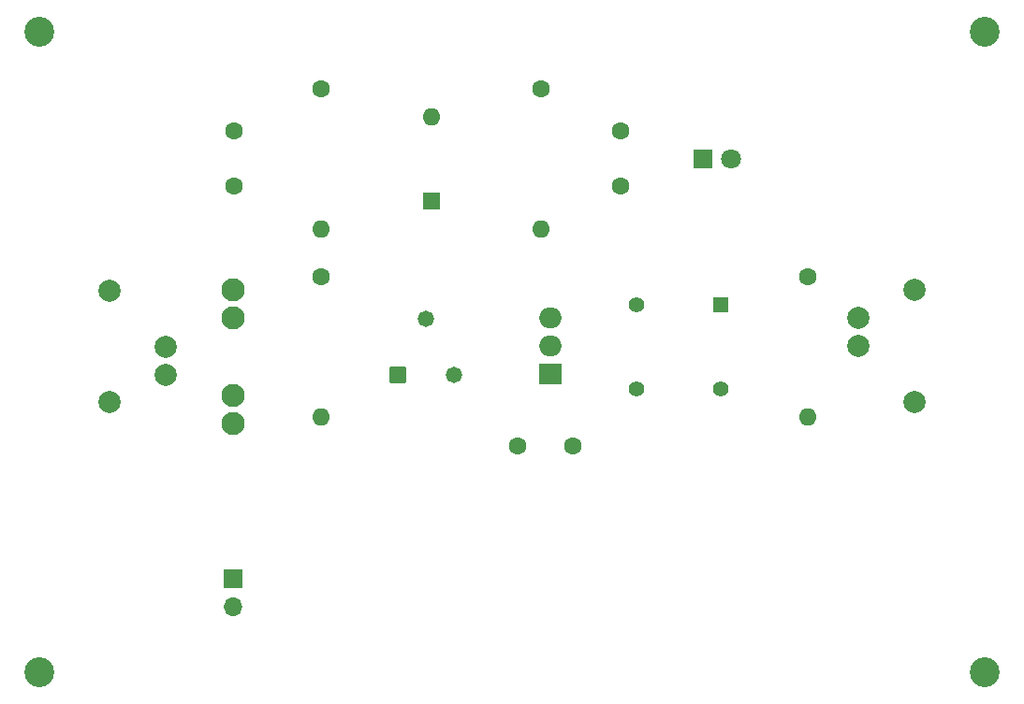
<source format=gts>
%TF.GenerationSoftware,KiCad,Pcbnew,9.0.0*%
%TF.CreationDate,2025-08-17T08:57:57-07:00*%
%TF.ProjectId,OffsetAttenuator,4f666673-6574-4417-9474-656e7561746f,rev?*%
%TF.SameCoordinates,Original*%
%TF.FileFunction,Soldermask,Top*%
%TF.FilePolarity,Negative*%
%FSLAX46Y46*%
G04 Gerber Fmt 4.6, Leading zero omitted, Abs format (unit mm)*
G04 Created by KiCad (PCBNEW 9.0.0) date 2025-08-17 08:57:57*
%MOMM*%
%LPD*%
G01*
G04 APERTURE LIST*
G04 Aperture macros list*
%AMRoundRect*
0 Rectangle with rounded corners*
0 $1 Rounding radius*
0 $2 $3 $4 $5 $6 $7 $8 $9 X,Y pos of 4 corners*
0 Add a 4 corners polygon primitive as box body*
4,1,4,$2,$3,$4,$5,$6,$7,$8,$9,$2,$3,0*
0 Add four circle primitives for the rounded corners*
1,1,$1+$1,$2,$3*
1,1,$1+$1,$4,$5*
1,1,$1+$1,$6,$7*
1,1,$1+$1,$8,$9*
0 Add four rect primitives between the rounded corners*
20,1,$1+$1,$2,$3,$4,$5,0*
20,1,$1+$1,$4,$5,$6,$7,0*
20,1,$1+$1,$6,$7,$8,$9,0*
20,1,$1+$1,$8,$9,$2,$3,0*%
G04 Aperture macros list end*
%ADD10RoundRect,0.102000X0.604000X0.604000X-0.604000X0.604000X-0.604000X-0.604000X0.604000X-0.604000X0*%
%ADD11C,1.412000*%
%ADD12C,2.100000*%
%ADD13C,2.700000*%
%ADD14C,1.600000*%
%ADD15O,1.600000X1.600000*%
%ADD16C,2.000000*%
%ADD17R,2.000000X1.905000*%
%ADD18O,2.000000X1.905000*%
%ADD19RoundRect,0.102000X-0.634000X-0.634000X0.634000X-0.634000X0.634000X0.634000X-0.634000X0.634000X0*%
%ADD20C,1.472000*%
%ADD21R,1.700000X1.700000*%
%ADD22O,1.700000X1.700000*%
%ADD23R,1.600000X1.600000*%
%ADD24R,1.800000X1.800000*%
%ADD25C,1.800000*%
G04 APERTURE END LIST*
D10*
%TO.C,Y1*%
X97120000Y-47690000D03*
D11*
X89500000Y-47690000D03*
X89500000Y-55310000D03*
X97120000Y-55310000D03*
%TD*%
D12*
%TO.C,SW2*%
X53000000Y-48860000D03*
X53000000Y-46370000D03*
%TD*%
D13*
%TO.C,REF\u002A\u002A*%
X121000000Y-81000000D03*
%TD*%
%TO.C,REF\u002A\u002A*%
X35500000Y-23000000D03*
%TD*%
D14*
%TO.C,R4*%
X61000000Y-45150000D03*
D15*
X61000000Y-57850000D03*
%TD*%
D14*
%TO.C,C1*%
X53100000Y-32000000D03*
X53100000Y-37000000D03*
%TD*%
D16*
%TO.C,J2*%
X114665000Y-46360000D03*
X114675000Y-56500000D03*
X109595000Y-51420000D03*
X109605000Y-48870000D03*
%TD*%
D17*
%TO.C,U1*%
X81750000Y-54000000D03*
D18*
X81750000Y-51460000D03*
X81750000Y-48920000D03*
%TD*%
D13*
%TO.C,REF\u002A\u002A*%
X121000000Y-23000000D03*
%TD*%
D14*
%TO.C,C3*%
X78750000Y-60500000D03*
X83750000Y-60500000D03*
%TD*%
D16*
%TO.C,J1*%
X41835000Y-56560000D03*
X41825000Y-46420000D03*
X46905000Y-51500000D03*
X46895000Y-54050000D03*
%TD*%
D19*
%TO.C,RV1*%
X67960000Y-54040000D03*
D20*
X70500000Y-48960000D03*
X73040000Y-54040000D03*
%TD*%
D14*
%TO.C,R3*%
X80900000Y-28150000D03*
D15*
X80900000Y-40850000D03*
%TD*%
D14*
%TO.C,R1*%
X61000000Y-28150000D03*
D15*
X61000000Y-40850000D03*
%TD*%
D13*
%TO.C,REF\u002A\u002A*%
X35500000Y-81000000D03*
%TD*%
D14*
%TO.C,R5*%
X105000000Y-45150000D03*
D15*
X105000000Y-57850000D03*
%TD*%
D12*
%TO.C,SW1*%
X52990000Y-58460000D03*
X52990000Y-55970000D03*
%TD*%
D21*
%TO.C,BT1*%
X53000000Y-72500000D03*
D22*
X53000000Y-75040000D03*
%TD*%
D23*
%TO.C,D1*%
X71000000Y-38310000D03*
D15*
X71000000Y-30690000D03*
%TD*%
D14*
%TO.C,C2*%
X88100000Y-37000000D03*
X88100000Y-32000000D03*
%TD*%
D24*
%TO.C,D2*%
X95500000Y-34500000D03*
D25*
X98040000Y-34500000D03*
%TD*%
M02*

</source>
